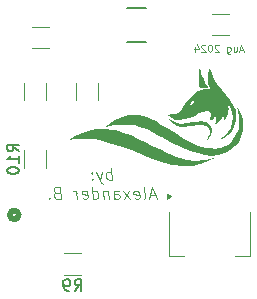
<source format=gbr>
%TF.GenerationSoftware,KiCad,Pcbnew,8.0.4*%
%TF.CreationDate,2024-08-01T02:14:53-04:00*%
%TF.ProjectId,esp32-c3-wroom-socket,65737033-322d-4633-932d-77726f6f6d2d,rev?*%
%TF.SameCoordinates,Original*%
%TF.FileFunction,Legend,Bot*%
%TF.FilePolarity,Positive*%
%FSLAX46Y46*%
G04 Gerber Fmt 4.6, Leading zero omitted, Abs format (unit mm)*
G04 Created by KiCad (PCBNEW 8.0.4) date 2024-08-01 02:14:53*
%MOMM*%
%LPD*%
G01*
G04 APERTURE LIST*
%ADD10C,0.100000*%
%ADD11C,0.150000*%
%ADD12C,0.120000*%
%ADD13C,0.508000*%
%ADD14C,0.000000*%
%ADD15C,0.152400*%
G04 APERTURE END LIST*
D10*
X154639285Y-72452447D02*
X154514285Y-71452447D01*
X154561904Y-71833399D02*
X154460713Y-71785780D01*
X154460713Y-71785780D02*
X154270237Y-71785780D01*
X154270237Y-71785780D02*
X154180951Y-71833399D01*
X154180951Y-71833399D02*
X154139285Y-71881018D01*
X154139285Y-71881018D02*
X154103570Y-71976256D01*
X154103570Y-71976256D02*
X154139285Y-72261970D01*
X154139285Y-72261970D02*
X154198808Y-72357208D01*
X154198808Y-72357208D02*
X154252380Y-72404828D01*
X154252380Y-72404828D02*
X154353570Y-72452447D01*
X154353570Y-72452447D02*
X154544047Y-72452447D01*
X154544047Y-72452447D02*
X154633332Y-72404828D01*
X153746427Y-71785780D02*
X153591666Y-72452447D01*
X153270237Y-71785780D02*
X153591666Y-72452447D01*
X153591666Y-72452447D02*
X153716666Y-72690542D01*
X153716666Y-72690542D02*
X153770237Y-72738161D01*
X153770237Y-72738161D02*
X153871427Y-72785780D01*
X152960713Y-72357208D02*
X152919046Y-72404828D01*
X152919046Y-72404828D02*
X152972618Y-72452447D01*
X152972618Y-72452447D02*
X153014284Y-72404828D01*
X153014284Y-72404828D02*
X152960713Y-72357208D01*
X152960713Y-72357208D02*
X152972618Y-72452447D01*
X152895237Y-71833399D02*
X152853570Y-71881018D01*
X152853570Y-71881018D02*
X152907141Y-71928637D01*
X152907141Y-71928637D02*
X152948808Y-71881018D01*
X152948808Y-71881018D02*
X152895237Y-71833399D01*
X152895237Y-71833399D02*
X152907141Y-71928637D01*
X158317857Y-73776676D02*
X157841667Y-73776676D01*
X158448810Y-74062391D02*
X157990476Y-73062391D01*
X157990476Y-73062391D02*
X157782143Y-74062391D01*
X157305953Y-74062391D02*
X157395238Y-74014772D01*
X157395238Y-74014772D02*
X157430953Y-73919533D01*
X157430953Y-73919533D02*
X157323810Y-73062391D01*
X156538095Y-74014772D02*
X156639285Y-74062391D01*
X156639285Y-74062391D02*
X156829762Y-74062391D01*
X156829762Y-74062391D02*
X156919047Y-74014772D01*
X156919047Y-74014772D02*
X156954762Y-73919533D01*
X156954762Y-73919533D02*
X156907143Y-73538581D01*
X156907143Y-73538581D02*
X156847619Y-73443343D01*
X156847619Y-73443343D02*
X156746428Y-73395724D01*
X156746428Y-73395724D02*
X156555952Y-73395724D01*
X156555952Y-73395724D02*
X156466666Y-73443343D01*
X156466666Y-73443343D02*
X156430952Y-73538581D01*
X156430952Y-73538581D02*
X156442857Y-73633819D01*
X156442857Y-73633819D02*
X156930952Y-73729057D01*
X156163095Y-74062391D02*
X155555952Y-73395724D01*
X156079761Y-73395724D02*
X155639285Y-74062391D01*
X154829761Y-74062391D02*
X154764285Y-73538581D01*
X154764285Y-73538581D02*
X154799999Y-73443343D01*
X154799999Y-73443343D02*
X154889285Y-73395724D01*
X154889285Y-73395724D02*
X155079761Y-73395724D01*
X155079761Y-73395724D02*
X155180952Y-73443343D01*
X154823809Y-74014772D02*
X154924999Y-74062391D01*
X154924999Y-74062391D02*
X155163095Y-74062391D01*
X155163095Y-74062391D02*
X155252380Y-74014772D01*
X155252380Y-74014772D02*
X155288095Y-73919533D01*
X155288095Y-73919533D02*
X155276190Y-73824295D01*
X155276190Y-73824295D02*
X155216666Y-73729057D01*
X155216666Y-73729057D02*
X155115476Y-73681438D01*
X155115476Y-73681438D02*
X154877380Y-73681438D01*
X154877380Y-73681438D02*
X154776190Y-73633819D01*
X154270237Y-73395724D02*
X154353571Y-74062391D01*
X154282142Y-73490962D02*
X154228571Y-73443343D01*
X154228571Y-73443343D02*
X154127380Y-73395724D01*
X154127380Y-73395724D02*
X153984523Y-73395724D01*
X153984523Y-73395724D02*
X153895237Y-73443343D01*
X153895237Y-73443343D02*
X153859523Y-73538581D01*
X153859523Y-73538581D02*
X153924999Y-74062391D01*
X153020237Y-74062391D02*
X152895237Y-73062391D01*
X153014285Y-74014772D02*
X153115475Y-74062391D01*
X153115475Y-74062391D02*
X153305952Y-74062391D01*
X153305952Y-74062391D02*
X153395237Y-74014772D01*
X153395237Y-74014772D02*
X153436904Y-73967152D01*
X153436904Y-73967152D02*
X153472618Y-73871914D01*
X153472618Y-73871914D02*
X153436904Y-73586200D01*
X153436904Y-73586200D02*
X153377380Y-73490962D01*
X153377380Y-73490962D02*
X153323809Y-73443343D01*
X153323809Y-73443343D02*
X153222618Y-73395724D01*
X153222618Y-73395724D02*
X153032142Y-73395724D01*
X153032142Y-73395724D02*
X152942856Y-73443343D01*
X152157142Y-74014772D02*
X152258332Y-74062391D01*
X152258332Y-74062391D02*
X152448809Y-74062391D01*
X152448809Y-74062391D02*
X152538094Y-74014772D01*
X152538094Y-74014772D02*
X152573809Y-73919533D01*
X152573809Y-73919533D02*
X152526190Y-73538581D01*
X152526190Y-73538581D02*
X152466666Y-73443343D01*
X152466666Y-73443343D02*
X152365475Y-73395724D01*
X152365475Y-73395724D02*
X152174999Y-73395724D01*
X152174999Y-73395724D02*
X152085713Y-73443343D01*
X152085713Y-73443343D02*
X152049999Y-73538581D01*
X152049999Y-73538581D02*
X152061904Y-73633819D01*
X152061904Y-73633819D02*
X152549999Y-73729057D01*
X151686904Y-74062391D02*
X151603570Y-73395724D01*
X151627380Y-73586200D02*
X151567856Y-73490962D01*
X151567856Y-73490962D02*
X151514285Y-73443343D01*
X151514285Y-73443343D02*
X151413094Y-73395724D01*
X151413094Y-73395724D02*
X151317856Y-73395724D01*
X149907141Y-73538581D02*
X149770236Y-73586200D01*
X149770236Y-73586200D02*
X149728570Y-73633819D01*
X149728570Y-73633819D02*
X149692855Y-73729057D01*
X149692855Y-73729057D02*
X149710713Y-73871914D01*
X149710713Y-73871914D02*
X149770236Y-73967152D01*
X149770236Y-73967152D02*
X149823808Y-74014772D01*
X149823808Y-74014772D02*
X149924998Y-74062391D01*
X149924998Y-74062391D02*
X150305951Y-74062391D01*
X150305951Y-74062391D02*
X150180951Y-73062391D01*
X150180951Y-73062391D02*
X149847617Y-73062391D01*
X149847617Y-73062391D02*
X149758332Y-73110010D01*
X149758332Y-73110010D02*
X149716665Y-73157629D01*
X149716665Y-73157629D02*
X149680951Y-73252867D01*
X149680951Y-73252867D02*
X149692855Y-73348105D01*
X149692855Y-73348105D02*
X149752379Y-73443343D01*
X149752379Y-73443343D02*
X149805951Y-73490962D01*
X149805951Y-73490962D02*
X149907141Y-73538581D01*
X149907141Y-73538581D02*
X150240474Y-73538581D01*
X149294046Y-73967152D02*
X149252379Y-74014772D01*
X149252379Y-74014772D02*
X149305951Y-74062391D01*
X149305951Y-74062391D02*
X149347617Y-74014772D01*
X149347617Y-74014772D02*
X149294046Y-73967152D01*
X149294046Y-73967152D02*
X149305951Y-74062391D01*
X165719925Y-61449942D02*
X165434211Y-61449942D01*
X165777068Y-61621371D02*
X165577068Y-61021371D01*
X165577068Y-61021371D02*
X165377068Y-61621371D01*
X164919925Y-61221371D02*
X164919925Y-61621371D01*
X165177067Y-61221371D02*
X165177067Y-61535657D01*
X165177067Y-61535657D02*
X165148496Y-61592800D01*
X165148496Y-61592800D02*
X165091353Y-61621371D01*
X165091353Y-61621371D02*
X165005639Y-61621371D01*
X165005639Y-61621371D02*
X164948496Y-61592800D01*
X164948496Y-61592800D02*
X164919925Y-61564228D01*
X164377068Y-61221371D02*
X164377068Y-61707085D01*
X164377068Y-61707085D02*
X164405639Y-61764228D01*
X164405639Y-61764228D02*
X164434210Y-61792800D01*
X164434210Y-61792800D02*
X164491353Y-61821371D01*
X164491353Y-61821371D02*
X164577068Y-61821371D01*
X164577068Y-61821371D02*
X164634210Y-61792800D01*
X164377068Y-61592800D02*
X164434210Y-61621371D01*
X164434210Y-61621371D02*
X164548496Y-61621371D01*
X164548496Y-61621371D02*
X164605639Y-61592800D01*
X164605639Y-61592800D02*
X164634210Y-61564228D01*
X164634210Y-61564228D02*
X164662782Y-61507085D01*
X164662782Y-61507085D02*
X164662782Y-61335657D01*
X164662782Y-61335657D02*
X164634210Y-61278514D01*
X164634210Y-61278514D02*
X164605639Y-61249942D01*
X164605639Y-61249942D02*
X164548496Y-61221371D01*
X164548496Y-61221371D02*
X164434210Y-61221371D01*
X164434210Y-61221371D02*
X164377068Y-61249942D01*
X163662782Y-61078514D02*
X163634210Y-61049942D01*
X163634210Y-61049942D02*
X163577068Y-61021371D01*
X163577068Y-61021371D02*
X163434210Y-61021371D01*
X163434210Y-61021371D02*
X163377068Y-61049942D01*
X163377068Y-61049942D02*
X163348496Y-61078514D01*
X163348496Y-61078514D02*
X163319925Y-61135657D01*
X163319925Y-61135657D02*
X163319925Y-61192800D01*
X163319925Y-61192800D02*
X163348496Y-61278514D01*
X163348496Y-61278514D02*
X163691353Y-61621371D01*
X163691353Y-61621371D02*
X163319925Y-61621371D01*
X162948496Y-61021371D02*
X162891353Y-61021371D01*
X162891353Y-61021371D02*
X162834210Y-61049942D01*
X162834210Y-61049942D02*
X162805639Y-61078514D01*
X162805639Y-61078514D02*
X162777067Y-61135657D01*
X162777067Y-61135657D02*
X162748496Y-61249942D01*
X162748496Y-61249942D02*
X162748496Y-61392800D01*
X162748496Y-61392800D02*
X162777067Y-61507085D01*
X162777067Y-61507085D02*
X162805639Y-61564228D01*
X162805639Y-61564228D02*
X162834210Y-61592800D01*
X162834210Y-61592800D02*
X162891353Y-61621371D01*
X162891353Y-61621371D02*
X162948496Y-61621371D01*
X162948496Y-61621371D02*
X163005639Y-61592800D01*
X163005639Y-61592800D02*
X163034210Y-61564228D01*
X163034210Y-61564228D02*
X163062781Y-61507085D01*
X163062781Y-61507085D02*
X163091353Y-61392800D01*
X163091353Y-61392800D02*
X163091353Y-61249942D01*
X163091353Y-61249942D02*
X163062781Y-61135657D01*
X163062781Y-61135657D02*
X163034210Y-61078514D01*
X163034210Y-61078514D02*
X163005639Y-61049942D01*
X163005639Y-61049942D02*
X162948496Y-61021371D01*
X162519924Y-61078514D02*
X162491352Y-61049942D01*
X162491352Y-61049942D02*
X162434210Y-61021371D01*
X162434210Y-61021371D02*
X162291352Y-61021371D01*
X162291352Y-61021371D02*
X162234210Y-61049942D01*
X162234210Y-61049942D02*
X162205638Y-61078514D01*
X162205638Y-61078514D02*
X162177067Y-61135657D01*
X162177067Y-61135657D02*
X162177067Y-61192800D01*
X162177067Y-61192800D02*
X162205638Y-61278514D01*
X162205638Y-61278514D02*
X162548495Y-61621371D01*
X162548495Y-61621371D02*
X162177067Y-61621371D01*
X161662781Y-61221371D02*
X161662781Y-61621371D01*
X161805638Y-60992800D02*
X161948495Y-61421371D01*
X161948495Y-61421371D02*
X161577066Y-61421371D01*
D11*
X146734819Y-70057142D02*
X146258628Y-69723809D01*
X146734819Y-69485714D02*
X145734819Y-69485714D01*
X145734819Y-69485714D02*
X145734819Y-69866666D01*
X145734819Y-69866666D02*
X145782438Y-69961904D01*
X145782438Y-69961904D02*
X145830057Y-70009523D01*
X145830057Y-70009523D02*
X145925295Y-70057142D01*
X145925295Y-70057142D02*
X146068152Y-70057142D01*
X146068152Y-70057142D02*
X146163390Y-70009523D01*
X146163390Y-70009523D02*
X146211009Y-69961904D01*
X146211009Y-69961904D02*
X146258628Y-69866666D01*
X146258628Y-69866666D02*
X146258628Y-69485714D01*
X146734819Y-71009523D02*
X146734819Y-70438095D01*
X146734819Y-70723809D02*
X145734819Y-70723809D01*
X145734819Y-70723809D02*
X145877676Y-70628571D01*
X145877676Y-70628571D02*
X145972914Y-70533333D01*
X145972914Y-70533333D02*
X146020533Y-70438095D01*
X145734819Y-71628571D02*
X145734819Y-71723809D01*
X145734819Y-71723809D02*
X145782438Y-71819047D01*
X145782438Y-71819047D02*
X145830057Y-71866666D01*
X145830057Y-71866666D02*
X145925295Y-71914285D01*
X145925295Y-71914285D02*
X146115771Y-71961904D01*
X146115771Y-71961904D02*
X146353866Y-71961904D01*
X146353866Y-71961904D02*
X146544342Y-71914285D01*
X146544342Y-71914285D02*
X146639580Y-71866666D01*
X146639580Y-71866666D02*
X146687200Y-71819047D01*
X146687200Y-71819047D02*
X146734819Y-71723809D01*
X146734819Y-71723809D02*
X146734819Y-71628571D01*
X146734819Y-71628571D02*
X146687200Y-71533333D01*
X146687200Y-71533333D02*
X146639580Y-71485714D01*
X146639580Y-71485714D02*
X146544342Y-71438095D01*
X146544342Y-71438095D02*
X146353866Y-71390476D01*
X146353866Y-71390476D02*
X146115771Y-71390476D01*
X146115771Y-71390476D02*
X145925295Y-71438095D01*
X145925295Y-71438095D02*
X145830057Y-71485714D01*
X145830057Y-71485714D02*
X145782438Y-71533333D01*
X145782438Y-71533333D02*
X145734819Y-71628571D01*
X151466666Y-81874819D02*
X151799999Y-81398628D01*
X152038094Y-81874819D02*
X152038094Y-80874819D01*
X152038094Y-80874819D02*
X151657142Y-80874819D01*
X151657142Y-80874819D02*
X151561904Y-80922438D01*
X151561904Y-80922438D02*
X151514285Y-80970057D01*
X151514285Y-80970057D02*
X151466666Y-81065295D01*
X151466666Y-81065295D02*
X151466666Y-81208152D01*
X151466666Y-81208152D02*
X151514285Y-81303390D01*
X151514285Y-81303390D02*
X151561904Y-81351009D01*
X151561904Y-81351009D02*
X151657142Y-81398628D01*
X151657142Y-81398628D02*
X152038094Y-81398628D01*
X150990475Y-81874819D02*
X150799999Y-81874819D01*
X150799999Y-81874819D02*
X150704761Y-81827200D01*
X150704761Y-81827200D02*
X150657142Y-81779580D01*
X150657142Y-81779580D02*
X150561904Y-81636723D01*
X150561904Y-81636723D02*
X150514285Y-81446247D01*
X150514285Y-81446247D02*
X150514285Y-81065295D01*
X150514285Y-81065295D02*
X150561904Y-80970057D01*
X150561904Y-80970057D02*
X150609523Y-80922438D01*
X150609523Y-80922438D02*
X150704761Y-80874819D01*
X150704761Y-80874819D02*
X150895237Y-80874819D01*
X150895237Y-80874819D02*
X150990475Y-80922438D01*
X150990475Y-80922438D02*
X151038094Y-80970057D01*
X151038094Y-80970057D02*
X151085713Y-81065295D01*
X151085713Y-81065295D02*
X151085713Y-81303390D01*
X151085713Y-81303390D02*
X151038094Y-81398628D01*
X151038094Y-81398628D02*
X150990475Y-81446247D01*
X150990475Y-81446247D02*
X150895237Y-81493866D01*
X150895237Y-81493866D02*
X150704761Y-81493866D01*
X150704761Y-81493866D02*
X150609523Y-81446247D01*
X150609523Y-81446247D02*
X150561904Y-81398628D01*
X150561904Y-81398628D02*
X150514285Y-81303390D01*
D12*
%TO.C,R10*%
X147190000Y-71427064D02*
X147190000Y-69972936D01*
X149010000Y-71427064D02*
X149010000Y-69972936D01*
%TO.C,R9*%
X152027064Y-80510000D02*
X150572936Y-80510000D01*
X152027064Y-78690000D02*
X150572936Y-78690000D01*
D13*
%TO.C,J4*%
X146723615Y-75435000D02*
G75*
G02*
X145961615Y-75435000I-381000J0D01*
G01*
X145961615Y-75435000D02*
G75*
G02*
X146723615Y-75435000I381000J0D01*
G01*
D12*
%TO.C,R8*%
X151590000Y-65727064D02*
X151590000Y-64272936D01*
X153410000Y-65727064D02*
X153410000Y-64272936D01*
D14*
%TO.C,G\u002A\u002A\u002A*%
G36*
X163691247Y-69073085D02*
G01*
X163663457Y-69100875D01*
X163635668Y-69073085D01*
X163663457Y-69045295D01*
X163691247Y-69073085D01*
G37*
G36*
X162088365Y-63121532D02*
G01*
X162130550Y-63264989D01*
X162167936Y-63396924D01*
X162265538Y-63682968D01*
X162380896Y-63966344D01*
X162502066Y-64220962D01*
X162617104Y-64420731D01*
X162714064Y-64539562D01*
X162763752Y-64589844D01*
X162801969Y-64663831D01*
X162801944Y-64664428D01*
X162749213Y-64687686D01*
X162614775Y-64699999D01*
X162427166Y-64698710D01*
X162336701Y-64694544D01*
X162173902Y-64681578D01*
X162084399Y-64655487D01*
X162041095Y-64604172D01*
X162016893Y-64515536D01*
X161999208Y-64381419D01*
X161986502Y-64170222D01*
X161980421Y-63919739D01*
X161980882Y-63660025D01*
X161987804Y-63421134D01*
X162001102Y-63233121D01*
X162020697Y-63126039D01*
X162027120Y-63110808D01*
X162057260Y-63074403D01*
X162088365Y-63121532D01*
G37*
G36*
X159487436Y-67280532D02*
G01*
X159592451Y-67364967D01*
X159786742Y-67511382D01*
X160101259Y-67643037D01*
X160483217Y-67701370D01*
X160938630Y-67687136D01*
X161473511Y-67601089D01*
X161477163Y-67600319D01*
X161814951Y-67534994D01*
X162072034Y-67501933D01*
X162273801Y-67500998D01*
X162445640Y-67532054D01*
X162612939Y-67594963D01*
X162803297Y-67710752D01*
X163000145Y-67933593D01*
X163106573Y-68214052D01*
X163115304Y-68402684D01*
X163034665Y-68663229D01*
X162844045Y-68919408D01*
X162833468Y-68930304D01*
X162712174Y-69041384D01*
X162651943Y-69069709D01*
X162659302Y-69017364D01*
X162740780Y-68886433D01*
X162781739Y-68824177D01*
X162884459Y-68570239D01*
X162888805Y-68325532D01*
X162797239Y-68108267D01*
X162612229Y-67936658D01*
X162542632Y-67897000D01*
X162340280Y-67820434D01*
X162105925Y-67792046D01*
X161816275Y-67810602D01*
X161448040Y-67874864D01*
X161320446Y-67900025D01*
X161046282Y-67945689D01*
X160797037Y-67977155D01*
X160614341Y-67988735D01*
X160487325Y-67981187D01*
X160149965Y-67897470D01*
X159837879Y-67735483D01*
X159589830Y-67513219D01*
X159554216Y-67468794D01*
X159468130Y-67343105D01*
X159445933Y-67276798D01*
X159487436Y-67280532D01*
G37*
G36*
X154724104Y-68238716D02*
G01*
X154873697Y-68269041D01*
X155207893Y-68351328D01*
X155558767Y-68459144D01*
X155939428Y-68597764D01*
X156362984Y-68772463D01*
X156842542Y-68988515D01*
X157391212Y-69251193D01*
X158022101Y-69565774D01*
X158275783Y-69693769D01*
X158832057Y-69970373D01*
X159308967Y-70199444D01*
X159719301Y-70385280D01*
X160075843Y-70532183D01*
X160391382Y-70644451D01*
X160678702Y-70726385D01*
X160950591Y-70782285D01*
X161219835Y-70816451D01*
X161499220Y-70833182D01*
X161801532Y-70836780D01*
X161908736Y-70835703D01*
X162268882Y-70820103D01*
X162563761Y-70783348D01*
X162828960Y-70721444D01*
X162853715Y-70714340D01*
X163040991Y-70664298D01*
X163178362Y-70633932D01*
X163237610Y-70629586D01*
X163212187Y-70660974D01*
X163106823Y-70724819D01*
X162943316Y-70808932D01*
X162745100Y-70902307D01*
X162535610Y-70993936D01*
X162338283Y-71072815D01*
X162176552Y-71127934D01*
X162036305Y-71164944D01*
X161767108Y-71223955D01*
X161512913Y-71267752D01*
X161293123Y-71288182D01*
X160916347Y-71295041D01*
X160495636Y-71277783D01*
X160068371Y-71238227D01*
X159671928Y-71178191D01*
X159489195Y-71140673D01*
X159145133Y-71054062D01*
X158769864Y-70938501D01*
X158346623Y-70788235D01*
X157858645Y-70597514D01*
X157289164Y-70360583D01*
X156455216Y-70019804D01*
X155529391Y-69677410D01*
X154666340Y-69398797D01*
X153873638Y-69186382D01*
X153158862Y-69042582D01*
X153129417Y-69038004D01*
X152834975Y-69005592D01*
X152492481Y-68986237D01*
X152133620Y-68979979D01*
X151790075Y-68986858D01*
X151493529Y-69006915D01*
X151275667Y-69040189D01*
X151177967Y-69061789D01*
X151045044Y-69084490D01*
X150984473Y-69084838D01*
X150999846Y-69056656D01*
X151093720Y-68988432D01*
X151251225Y-68894268D01*
X151451442Y-68785444D01*
X151673452Y-68673239D01*
X151896336Y-68568934D01*
X152099173Y-68483806D01*
X152583682Y-68325058D01*
X153293185Y-68188445D01*
X154010902Y-68159268D01*
X154724104Y-68238716D01*
G37*
G36*
X165218438Y-66269316D02*
G01*
X165277088Y-66349193D01*
X165360917Y-66496488D01*
X165462597Y-66703696D01*
X165508590Y-66808211D01*
X165675479Y-67333748D01*
X165737052Y-67848952D01*
X165698180Y-68344134D01*
X165563735Y-68809605D01*
X165338587Y-69235675D01*
X165027607Y-69612655D01*
X164635668Y-69930855D01*
X164167640Y-70180586D01*
X163628395Y-70352158D01*
X163556358Y-70367087D01*
X163065643Y-70409580D01*
X162510479Y-70364085D01*
X161892990Y-70231273D01*
X161215301Y-70011815D01*
X160479537Y-69706384D01*
X159687822Y-69315648D01*
X158842279Y-68840280D01*
X158638935Y-68721188D01*
X158173265Y-68464384D01*
X157752925Y-68259732D01*
X157349045Y-68093823D01*
X156932757Y-67953246D01*
X156770701Y-67905361D01*
X156585579Y-67859200D01*
X156405403Y-67829039D01*
X156201157Y-67811561D01*
X155943820Y-67803448D01*
X155604376Y-67801384D01*
X155484717Y-67801544D01*
X155167053Y-67805567D01*
X154926666Y-67816920D01*
X154737820Y-67838179D01*
X154574775Y-67871920D01*
X154411795Y-67920718D01*
X154407899Y-67922016D01*
X154226043Y-67978799D01*
X154091226Y-68013924D01*
X154032379Y-68019833D01*
X154037578Y-67994296D01*
X154113795Y-67919577D01*
X154255178Y-67813170D01*
X154442085Y-67688021D01*
X154654874Y-67557079D01*
X154873904Y-67433288D01*
X155079535Y-67329596D01*
X155314227Y-67226555D01*
X155712094Y-67088125D01*
X156090455Y-67012070D01*
X156488804Y-66988840D01*
X156563816Y-66989454D01*
X156911845Y-67011209D01*
X157248121Y-67068755D01*
X157588470Y-67168411D01*
X157948716Y-67316499D01*
X158344687Y-67519341D01*
X158792206Y-67783257D01*
X159307100Y-68114570D01*
X159408562Y-68181562D01*
X160092584Y-68617437D01*
X160707923Y-68979024D01*
X161263179Y-69270210D01*
X161766953Y-69494884D01*
X162227847Y-69656931D01*
X162654460Y-69760239D01*
X163055393Y-69808697D01*
X163356923Y-69817210D01*
X163627801Y-69799081D01*
X163863615Y-69748878D01*
X164036850Y-69688488D01*
X164427243Y-69473404D01*
X164774123Y-69169435D01*
X165063375Y-68790507D01*
X165280883Y-68350547D01*
X165339992Y-68127906D01*
X165380174Y-67806159D01*
X165392183Y-67445850D01*
X165376378Y-67083528D01*
X165333118Y-66755744D01*
X165262759Y-66499049D01*
X165205998Y-66341838D01*
X165192299Y-66264362D01*
X165218438Y-66269316D01*
G37*
G36*
X164719832Y-65849453D02*
G01*
X164832980Y-66011272D01*
X164995433Y-66301567D01*
X165100141Y-66571271D01*
X165153395Y-66833409D01*
X165161483Y-67101007D01*
X165130695Y-67387090D01*
X165111949Y-67491655D01*
X164970071Y-67963170D01*
X164747032Y-68361132D01*
X164444627Y-68682948D01*
X164064656Y-68926023D01*
X163929383Y-68989262D01*
X163813486Y-69033402D01*
X163792900Y-69020809D01*
X163867550Y-68951199D01*
X164037359Y-68824292D01*
X164125407Y-68757561D01*
X164444345Y-68435159D01*
X164674371Y-68058169D01*
X164812178Y-67640542D01*
X164854463Y-67196231D01*
X164797920Y-66739187D01*
X164639244Y-66283364D01*
X164626013Y-66255301D01*
X164541939Y-66087100D01*
X164477076Y-65973980D01*
X164444537Y-65939125D01*
X164440164Y-65963340D01*
X164449992Y-66070873D01*
X164478753Y-66229832D01*
X164507717Y-66467873D01*
X164471345Y-66757135D01*
X164436699Y-66869043D01*
X164363382Y-67044565D01*
X164277644Y-67208472D01*
X164196230Y-67329792D01*
X164135886Y-67377554D01*
X164126307Y-67354700D01*
X164119631Y-67248953D01*
X164123420Y-67086139D01*
X164138743Y-66794311D01*
X163996300Y-67081503D01*
X163919604Y-67211160D01*
X163801289Y-67372230D01*
X163668361Y-67528161D01*
X163540535Y-67657561D01*
X163437530Y-67739037D01*
X163379060Y-67751197D01*
X163378233Y-67691861D01*
X163411793Y-67576519D01*
X163415666Y-67565845D01*
X163453411Y-67399881D01*
X163468928Y-67214080D01*
X163468928Y-67001918D01*
X163253147Y-67217698D01*
X163223600Y-67246704D01*
X163080480Y-67369581D01*
X162977618Y-67428735D01*
X162927839Y-67419252D01*
X162943968Y-67336214D01*
X162957293Y-67304120D01*
X163011815Y-67075764D01*
X162998395Y-66868274D01*
X162918459Y-66716270D01*
X162860706Y-66667522D01*
X162720301Y-66611640D01*
X162541961Y-66621353D01*
X162310174Y-66698883D01*
X162009428Y-66846452D01*
X161611080Y-67043456D01*
X161129533Y-67233031D01*
X160686755Y-67352234D01*
X160300875Y-67395241D01*
X160218890Y-67394599D01*
X159920776Y-67358269D01*
X159684103Y-67258726D01*
X159477670Y-67084182D01*
X159349214Y-66946643D01*
X159702354Y-66924157D01*
X159844295Y-66910712D01*
X160041716Y-66866120D01*
X160212351Y-66780871D01*
X160375655Y-66640442D01*
X160551081Y-66430308D01*
X160758084Y-66135944D01*
X160758406Y-66135468D01*
X161190153Y-66135468D01*
X161191998Y-66167819D01*
X161219109Y-66204805D01*
X161289426Y-66166722D01*
X161416748Y-66048258D01*
X161444391Y-66019879D01*
X161549487Y-65887200D01*
X161560998Y-65849453D01*
X164358206Y-65849453D01*
X164385996Y-65877243D01*
X164413786Y-65849453D01*
X164385996Y-65821663D01*
X164358206Y-65849453D01*
X161560998Y-65849453D01*
X161576553Y-65798442D01*
X161520979Y-65766083D01*
X161509007Y-65767727D01*
X161420597Y-65822659D01*
X161315279Y-65927612D01*
X161227111Y-66044558D01*
X161190153Y-66135468D01*
X160758406Y-66135468D01*
X160794980Y-66081458D01*
X161094532Y-65671499D01*
X161382371Y-65333918D01*
X161648899Y-65079096D01*
X161884521Y-64917412D01*
X161902294Y-64908578D01*
X162173323Y-64822444D01*
X162540174Y-64776958D01*
X162596100Y-64773320D01*
X162784682Y-64755907D01*
X162912375Y-64735813D01*
X162954092Y-64716691D01*
X162847130Y-64501646D01*
X162780237Y-64292024D01*
X162754225Y-64061485D01*
X162760134Y-63766104D01*
X162764038Y-63704353D01*
X162787756Y-63465369D01*
X162820533Y-63259615D01*
X162856503Y-63126039D01*
X162926773Y-62959300D01*
X163003359Y-63284723D01*
X163051728Y-63457991D01*
X163245024Y-63914732D01*
X163533172Y-64385081D01*
X163908104Y-64855029D01*
X163936262Y-64886583D01*
X164309684Y-65316805D01*
X164606493Y-65687360D01*
X164684164Y-65798442D01*
X164719832Y-65849453D01*
G37*
D15*
%TO.C,LED1*%
X157487373Y-57876801D02*
X155932627Y-57876801D01*
X157487373Y-60823201D02*
X155932627Y-60823201D01*
D12*
%TO.C,R7*%
X147190000Y-65727064D02*
X147190000Y-64272936D01*
X149010000Y-65727064D02*
X149010000Y-64272936D01*
%TO.C,U2*%
X159490000Y-78910000D02*
X159490000Y-75150000D01*
X160750000Y-78910000D02*
X159490000Y-78910000D01*
X165050000Y-78910000D02*
X166310000Y-78910000D01*
X166310000Y-78910000D02*
X166310000Y-75150000D01*
X159590000Y-73870000D02*
X159260000Y-74110000D01*
X159260000Y-73630000D01*
X159590000Y-73870000D01*
G36*
X159590000Y-73870000D02*
G01*
X159260000Y-74110000D01*
X159260000Y-73630000D01*
X159590000Y-73870000D01*
G37*
%TO.C,R1*%
X147872936Y-59490000D02*
X149327064Y-59490000D01*
X147872936Y-61310000D02*
X149327064Y-61310000D01*
%TO.C,R4*%
X163072936Y-58390000D02*
X164527064Y-58390000D01*
X163072936Y-60210000D02*
X164527064Y-60210000D01*
%TD*%
M02*

</source>
